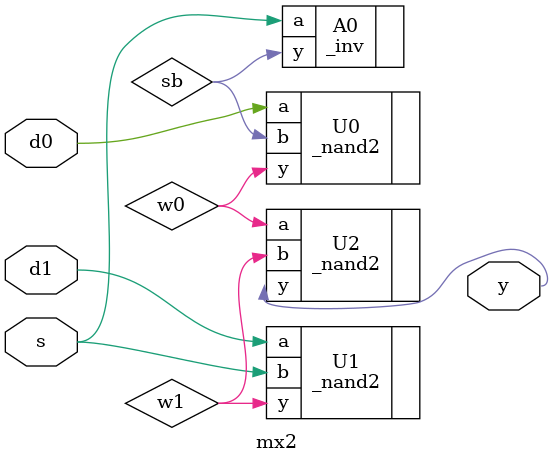
<source format=v>
module mx2(d0, d1, s, y);//two input mux
input d0,d1;
input s;//s for mux function
output y;
wire sb, w0, w1;

_inv A0(.a(s),.y(sb));
_nand2 U0(.a(d0),.b(sb),.y(w0));
_nand2 U1(.a(d1),.b(s),.y(w1));
_nand2 U2(.a(w0),.b(w1),.y(y));
//modules for mux
endmodule
</source>
